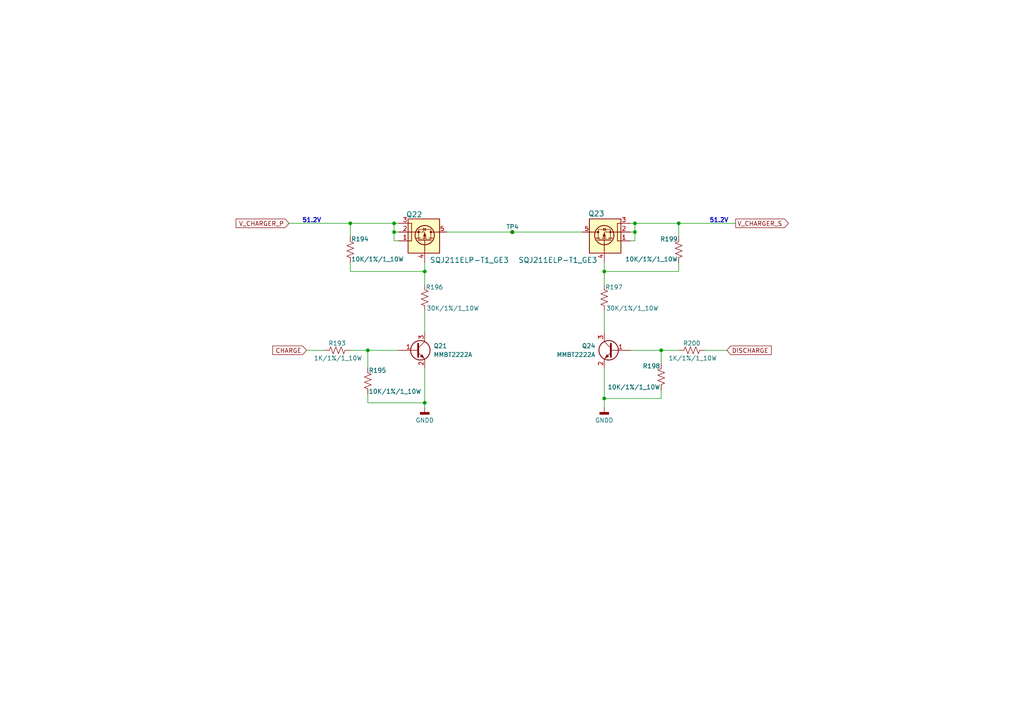
<source format=kicad_sch>
(kicad_sch (version 20231120) (generator "eeschema") (generator_version "8.0")
  (paper "A4")
  (title_block (title "CONTROL CHARGER") (date "2024-09-02"))
  (lib_symbols
    (symbol "Connector:TestPoint_Small" (pin_numbers hide) (pin_names (offset 0.762) hide)
      (property "Reference" "TP" (at 0 3.81 0))
      (property "Value" "TestPoint_Small" (at 0 2.032 0))
      (symbol "TestPoint_Small_0_1"
        (circle (center 0 0) (radius 0.508))
      )
      (symbol "TestPoint_Small_1_1"
        (pin passive line (at 0 0 90) (length 0) (name "1") (number "1"))
      )
    )
    (symbol "SQJ211ELP-T1_GE3_1" (pin_names (offset 0.254) hide)
      (property "Reference" "Q" (at -0.508 10.414 0))
      (property "Value" "SQJ211ELP-T1_GE3" (at 20.32 -5.334 0))
      (symbol "SQJ211ELP-T1_GE3_1_0_1"
        (polyline (pts (xy 2.032 2.54) (xy 5.207 2.54)) (stroke (width 0.2032)))
        (polyline (pts (xy 5.334 4.445) (xy 5.334 0.635)) (stroke (width 0.254)))
        (polyline (pts (xy 5.842 1.27) (xy 5.842 0.254)) (stroke (width 0.254)))
        (polyline (pts (xy 5.842 3.048) (xy 5.842 2.032)) (stroke (width 0.254)))
        (polyline (pts (xy 5.842 4.826) (xy 5.842 3.81)) (stroke (width 0.254)))
        (polyline (pts (xy 7.62 4.318) (xy 7.62 2.54) (xy 5.842 2.54)))
        (polyline (pts (xy 5.842 0.762) (xy 8.382 0.762) (xy 8.382 4.318) (xy 5.842 4.318)))
        (polyline (pts (xy 7.366 2.54) (xy 6.35 2.921) (xy 6.35 2.159) (xy 7.366 2.54)) (fill (type outline)))
        (polyline (pts (xy 7.874 3.048) (xy 8.001 2.921) (xy 8.763 2.921) (xy 8.89 2.794)))
        (polyline (pts (xy 8.382 2.921) (xy 8.001 2.286) (xy 8.763 2.286) (xy 8.382 2.921)))
        (circle (center 6.731 2.54) (radius 2.794) (stroke (width 0.254)))
        (circle (center 7.62 0.762) (radius 0.254) (fill (type outline)))
        (circle (center 7.62 4.318) (radius 0.254) (fill (type outline)))
        (pin unspecified line (at 5.08 10.16 270) (length 3.81) (name "S") (number "1"))
        (pin unspecified line (at 7.62 10.16 270) (length 3.81) (name "S") (number "2"))
        (pin unspecified line (at 10.16 10.16 270) (length 3.81) (name "S") (number "3"))
        (pin unspecified line (at -1.27 2.54 0) (length 3.81) (name "G") (number "4"))
        (pin unspecified line (at 7.62 -3.81 90) (length 2.54) (name "D") (number "5"))
      )
      (symbol "SQJ211ELP-T1_GE3_1_1_1"
        (polyline (pts (xy 5.08 6.35) (xy 10.16 6.35)) (stroke (width 0.2032)))
        (polyline (pts (xy 7.62 -1.27) (xy 7.62 0.762)) (stroke (width 0.2032)))
        (polyline (pts (xy 7.62 6.35) (xy 7.62 4.318)) (stroke (width 0.2032)))
        (rectangle (start 1.524 7.366) (end 11.43 -1.778) (stroke (width 0.254)) (fill (type background)))
      )
    )
    (symbol "charge_battery_sym_lib:MMBT2222A" (pin_names (offset 0) hide)
      (property "Reference" "Q" (at 5.08 1.905 0))
      (property "Value" "MMBT2222A" (at 5.08 0 0))
      (symbol "MMBT2222A_0_1"
        (polyline (pts (xy 0.635 0.635) (xy 2.54 2.54)))
        (polyline (pts (xy 0.635 -0.635) (xy 2.54 -2.54) (xy 2.54 -2.54)))
        (polyline (pts (xy 0.635 1.905) (xy 0.635 -1.905) (xy 0.635 -1.905)) (stroke (width 0.508)))
        (polyline (pts (xy 1.27 -1.778) (xy 1.778 -1.27) (xy 2.286 -2.286) (xy 1.27 -1.778) (xy 1.27 -1.778)) (fill (type outline)))
        (circle (center 1.27 0) (radius 2.8194) (stroke (width 0.254)))
      )
      (symbol "MMBT2222A_1_1"
        (pin input line (at -5.08 0 0) (length 5.715) (name "B") (number "1"))
        (pin passive line (at 2.54 -5.08 90) (length 2.54) (name "E") (number "2"))
        (pin passive line (at 2.54 5.08 270) (length 2.54) (name "C") (number "3"))
      )
    )
    (symbol "charge_battery_sym_lib:Res_10K_0603_1%" (pin_numbers hide) (pin_names hide)
      (property "Reference" "R" (at 2.794 3.81 0))
      (property "Value" "10K/1%/1_10W" (at 4.064 -2.54 0))
      (symbol "Res_10K_0603_1%_0_1"
        (polyline (pts (xy 1.524 0) (xy 1.27 0)))
        (polyline (pts (xy 6.096 0) (xy 6.35 0)))
        (polyline (pts (xy 1.524 0) (xy 1.905 1.016) (xy 2.286 0) (xy 2.667 -1.016) (xy 3.048 0)))
        (polyline (pts (xy 3.048 0) (xy 3.429 1.016) (xy 3.81 0) (xy 4.191 -1.016) (xy 4.572 0)))
        (polyline (pts (xy 4.572 0) (xy 4.953 1.016) (xy 5.334 0) (xy 5.715 -1.016) (xy 6.096 0)))
      )
      (symbol "Res_10K_0603_1%_1_1"
        (pin passive line (at 0 0 0) (length 1.27) (name "~") (number "1"))
        (pin passive line (at 7.62 0 180) (length 1.27) (name "~") (number "2"))
      )
    )
    (symbol "charge_battery_sym_lib:Res_1K_0603_1%" (pin_numbers hide) (pin_names hide)
      (property "Reference" "R" (at 3.556 2.54 0))
      (property "Value" "1K/1%/1_10W" (at 4.064 -2.54 0))
      (symbol "Res_1K_0603_1%_0_1"
        (polyline (pts (xy 1.524 0) (xy 1.27 0)))
        (polyline (pts (xy 6.096 0) (xy 6.35 0)))
        (polyline (pts (xy 1.524 0) (xy 1.905 1.016) (xy 2.286 0) (xy 2.667 -1.016) (xy 3.048 0)))
        (polyline (pts (xy 3.048 0) (xy 3.429 1.016) (xy 3.81 0) (xy 4.191 -1.016) (xy 4.572 0)))
        (polyline (pts (xy 4.572 0) (xy 4.953 1.016) (xy 5.334 0) (xy 5.715 -1.016) (xy 6.096 0)))
      )
      (symbol "Res_1K_0603_1%_1_1"
        (pin passive line (at 0 0 0) (length 1.27) (name "~") (number "1"))
        (pin passive line (at 7.62 0 180) (length 1.27) (name "~") (number "2"))
      )
    )
    (symbol "charge_battery_sym_lib:Res_30K_0603_1%" (pin_numbers hide) (pin_names hide)
      (property "Reference" "R" (at 2.794 3.81 0))
      (property "Value" "30K/1%/1_10W" (at 4.064 -2.54 0))
      (symbol "Res_30K_0603_1%_0_1"
        (polyline (pts (xy 1.524 0) (xy 1.27 0)))
        (polyline (pts (xy 6.096 0) (xy 6.35 0)))
        (polyline (pts (xy 1.524 0) (xy 1.905 1.016) (xy 2.286 0) (xy 2.667 -1.016) (xy 3.048 0)))
        (polyline (pts (xy 3.048 0) (xy 3.429 1.016) (xy 3.81 0) (xy 4.191 -1.016) (xy 4.572 0)))
        (polyline (pts (xy 4.572 0) (xy 4.953 1.016) (xy 5.334 0) (xy 5.715 -1.016) (xy 6.096 0)))
      )
      (symbol "Res_30K_0603_1%_1_1"
        (pin passive line (at 0 0 0) (length 1.27) (name "~") (number "1"))
        (pin passive line (at 7.62 0 180) (length 1.27) (name "~") (number "2"))
      )
    )
    (symbol "charge_battery_sym_lib:SQJ211ELP-T1_GE3" (pin_names (offset 0.254) hide)
      (property "Reference" "Q" (at -0.508 10.414 0))
      (property "Value" "SQJ211ELP-T1_GE3" (at 20.32 -5.334 0))
      (symbol "SQJ211ELP-T1_GE3_0_1"
        (polyline (pts (xy 2.032 2.54) (xy 5.207 2.54)) (stroke (width 0.2032)))
        (polyline (pts (xy 5.334 4.445) (xy 5.334 0.635)) (stroke (width 0.254)))
        (polyline (pts (xy 5.842 1.27) (xy 5.842 0.254)) (stroke (width 0.254)))
        (polyline (pts (xy 5.842 3.048) (xy 5.842 2.032)) (stroke (width 0.254)))
        (polyline (pts (xy 5.842 4.826) (xy 5.842 3.81)) (stroke (width 0.254)))
        (polyline (pts (xy 7.62 4.318) (xy 7.62 2.54) (xy 5.842 2.54)))
        (polyline (pts (xy 5.842 0.762) (xy 8.382 0.762) (xy 8.382 4.318) (xy 5.842 4.318)))
        (polyline (pts (xy 7.366 2.54) (xy 6.35 2.921) (xy 6.35 2.159) (xy 7.366 2.54)) (fill (type outline)))
        (polyline (pts (xy 7.874 3.048) (xy 8.001 2.921) (xy 8.763 2.921) (xy 8.89 2.794)))
        (polyline (pts (xy 8.382 2.921) (xy 8.001 2.286) (xy 8.763 2.286) (xy 8.382 2.921)))
        (circle (center 6.731 2.54) (radius 2.794) (stroke (width 0.254)))
        (circle (center 7.62 0.762) (radius 0.254) (fill (type outline)))
        (circle (center 7.62 4.318) (radius 0.254) (fill (type outline)))
        (pin unspecified line (at 5.08 10.16 270) (length 3.81) (name "S") (number "1"))
        (pin unspecified line (at 7.62 10.16 270) (length 3.81) (name "S") (number "2"))
        (pin unspecified line (at 10.16 10.16 270) (length 3.81) (name "S") (number "3"))
        (pin unspecified line (at -1.27 2.54 0) (length 3.81) (name "G") (number "4"))
        (pin unspecified line (at 7.62 -3.81 90) (length 2.54) (name "D") (number "5"))
      )
      (symbol "SQJ211ELP-T1_GE3_1_1"
        (polyline (pts (xy 5.08 6.35) (xy 10.16 6.35)) (stroke (width 0.2032)))
        (polyline (pts (xy 7.62 -1.27) (xy 7.62 0.762)) (stroke (width 0.2032)))
        (polyline (pts (xy 7.62 6.35) (xy 7.62 4.318)) (stroke (width 0.2032)))
        (rectangle (start 1.524 7.366) (end 11.43 -1.778) (stroke (width 0.254)) (fill (type background)))
      )
    )
    (symbol "power:GNDD" (power) (pin_numbers hide) (pin_names (offset 0) hide)
      (property "Value" "GNDD" (at 0 -3.175 0))
      (symbol "GNDD_0_1"
        (rectangle (start -1.27 -1.524) (end 1.27 -2.032) (stroke (width 0.254)) (fill (type outline)))
        (polyline (pts (xy 0 0) (xy 0 -1.524)))
      )
      (symbol "GNDD_1_1"
        (pin power_in line (at 0 0 270) (length 0) (name "~") (number "1"))
      )
    )
  )
  (junction (at 123.19 78.74))
  (junction (at 123.19 116.84))
  (junction (at 184.15 64.77))
  (junction (at 191.77 101.6))
  (junction (at 196.85 64.77))
  (junction (at 106.68 101.6))
  (junction (at 184.15 67.31))
  (junction (at 101.6 64.77))
  (junction (at 175.26 115.57))
  (junction (at 175.26 78.74))
  (junction (at 114.3 64.77))
  (junction (at 114.3 67.31))
  (junction (at 148.59 67.31))
  (wire (pts (xy 123.19 82.55) (xy 123.19 78.74)))
  (wire (pts (xy 101.6 101.6) (xy 106.68 101.6)))
  (wire (pts (xy 106.68 101.6) (xy 106.68 106.68)))
  (wire (pts (xy 182.88 67.31) (xy 184.15 67.31)))
  (wire (pts (xy 196.85 64.77) (xy 213.36 64.77)))
  (wire (pts (xy 148.59 67.31) (xy 168.91 67.31)))
  (wire (pts (xy 184.15 64.77) (xy 184.15 67.31)))
  (wire (pts (xy 182.88 69.85) (xy 184.15 69.85)))
  (wire (pts (xy 123.19 90.17) (xy 123.19 96.52)))
  (wire (pts (xy 106.68 101.6) (xy 115.57 101.6)))
  (wire (pts (xy 114.3 67.31) (xy 114.3 64.77)))
  (wire (pts (xy 129.54 67.31) (xy 148.59 67.31)))
  (wire (pts (xy 175.26 90.17) (xy 175.26 96.52)))
  (wire (pts (xy 83.82 64.77) (xy 101.6 64.77)))
  (wire (pts (xy 175.26 115.57) (xy 191.77 115.57)))
  (wire (pts (xy 175.26 115.57) (xy 175.26 118.11)))
  (wire (pts (xy 204.47 101.6) (xy 210.82 101.6)))
  (wire (pts (xy 184.15 64.77) (xy 196.85 64.77)))
  (wire (pts (xy 101.6 64.77) (xy 114.3 64.77)))
  (wire (pts (xy 106.68 116.84) (xy 123.19 116.84)))
  (wire (pts (xy 182.88 101.6) (xy 191.77 101.6)))
  (wire (pts (xy 191.77 113.03) (xy 191.77 115.57)))
  (wire (pts (xy 191.77 101.6) (xy 196.85 101.6)))
  (wire (pts (xy 106.68 116.84) (xy 106.68 114.3)))
  (wire (pts (xy 123.19 118.11) (xy 123.19 116.84)))
  (wire (pts (xy 191.77 101.6) (xy 191.77 105.41)))
  (wire (pts (xy 196.85 76.2) (xy 196.85 78.74)))
  (wire (pts (xy 101.6 78.74) (xy 123.19 78.74)))
  (wire (pts (xy 175.26 82.55) (xy 175.26 78.74)))
  (wire (pts (xy 182.88 64.77) (xy 184.15 64.77)))
  (wire (pts (xy 101.6 76.2) (xy 101.6 78.74)))
  (wire (pts (xy 123.19 106.68) (xy 123.19 116.84)))
  (wire (pts (xy 175.26 78.74) (xy 196.85 78.74)))
  (wire (pts (xy 123.19 78.74) (xy 123.19 76.2)))
  (wire (pts (xy 115.57 69.85) (xy 114.3 69.85)))
  (wire (pts (xy 88.9 101.6) (xy 93.98 101.6)))
  (wire (pts (xy 196.85 64.77) (xy 196.85 68.58)))
  (wire (pts (xy 114.3 64.77) (xy 115.57 64.77)))
  (wire (pts (xy 114.3 69.85) (xy 114.3 67.31)))
  (wire (pts (xy 101.6 64.77) (xy 101.6 68.58)))
  (wire (pts (xy 175.26 115.57) (xy 175.26 106.68)))
  (wire (pts (xy 115.57 67.31) (xy 114.3 67.31)))
  (wire (pts (xy 175.26 76.2) (xy 175.26 78.74)))
  (wire (pts (xy 184.15 67.31) (xy 184.15 69.85)))
  (text "51.2V" (at 208.534 64.008 0) (effects (font (size 1.27 1.27) (thickness 0.254) (bold yes))))
  (text "51.2V" (at 90.424 64.008 0) (effects (font (size 1.27 1.27) (thickness 0.254) (bold yes))))
  (global_label "V_CHARGER_S" (shape output) (at 213.36 64.77 0) (property "Intersheetrefs" "${INTERSHEET_REFS}" (effects (hide yes))))
  (global_label "DISCHARGE" (shape input) (at 210.82 101.6 0) (property "Intersheetrefs" "${INTERSHEET_REFS}" (effects (hide yes))))
  (global_label "V_CHARGER_P" (shape input) (at 83.82 64.77 180) (property "Intersheetrefs" "${INTERSHEET_REFS}" (effects (hide yes))))
  (global_label "CHARGE" (shape input) (at 88.9 101.6 180) (property "Intersheetrefs" "${INTERSHEET_REFS}" (effects (hide yes))))
  (symbol (lib_id "power:GNDD") (at 123.19 118.11 0) (unit 1)
    (property "Reference" "#PWR0251" (effects (hide yes)))
    (property "Value" "GNDD" (at 123.19 121.92 0))
    (property "Description" "Power symbol creates a global label with name \"GNDD\" , digital ground" (effects (hide yes)))
  )
  (symbol (lib_id "charge_battery_sym_lib:MMBT2222A") (at 177.8 101.6 0) (mirror y) (unit 1)
    (property "Reference" "Q24" (at 172.72 100.3299 0) (effects (justify left)))
    (property "Value" "MMBT2222A" (at 172.72 102.8699 0) (effects (justify left)))
    (property "Footprint" "charge_battery_footprint_lib:SOT23" (effects (hide yes)))
    (property "Datasheet" "https://assets.nexperia.com/documents/data-sheet/MMBT2222A.pdf" (effects (hide yes)))
    (property "Description" "600mA Ic, 40V Vce, NPN Transistor, SOT-23" (effects (hide yes)))
    (property "Supply name" "Thegioiic" (effects (hide yes)))
    (property "Supply part number" "MMBT2222A 1P Transistor NPN 40V 0.6A 3 Chân SOT-23" (effects (hide yes)))
    (property "Supply URL" "https://www.thegioiic.com/mmbt2222a-1p-transistor-npn-40v-0-6a-3-chan-sot-23" (effects (hide yes)))
  )
  (symbol (lib_id "charge_battery_sym_lib:Res_30K_0603_1%") (at 175.26 90.17 90) (unit 1)
    (property "Reference" "R197" (at 175.514 83.312 90) (effects (justify right)))
    (property "Value" "30K/1%/1_10W" (at 175.768 89.408 90) (effects (justify right)))
    (property "Footprint" "charge_battery_footprint_lib:Res_0603" (effects (hide yes)))
    (property "Datasheet" "https://fscdn.rohm.com/en/products/databook/datasheet/passive/resistor/chip_resistor/esr-e.pdf" (effects (hide yes)))
    (property "Description" "Res 30 KOhm 0603 1%" (effects (hide yes)))
    (property "Supply name" "Thegioiic" (effects (hide yes)))
    (property "Supply part number" "Điện Trở 30 KOhm 0603 1%" (effects (hide yes)))
    (property "Supply URL" "https://www.thegioiic.com/dien-tro-30-kohm-0603-1-" (effects (hide yes)))
  )
  (symbol (lib_id "charge_battery_sym_lib:Res_10K_0603_1%") (at 191.77 113.03 270) (mirror x) (unit 1)
    (property "Reference" "R198" (at 191.516 106.172 90) (effects (justify right)))
    (property "Value" "10K/1%/1_10W" (at 191.516 112.268 90) (effects (justify right)))
    (property "Footprint" "charge_battery_footprint_lib:Res_0603" (effects (hide yes)))
    (property "Datasheet" "https://fscdn.rohm.com/en/products/databook/datasheet/passive/resistor/chip_resistor/esr-e.pdf" (effects (hide yes)))
    (property "Description" "Res 10 KOhm 0603 1%" (effects (hide yes)))
    (property "Supply name" "Thegioiic" (effects (hide yes)))
    (property "Supply part number" "Điện Trở 10 KOhm 0603 1%" (effects (hide yes)))
    (property "Supply URL" "https://www.thegioiic.com/dien-tro-10-kohm-0603-1-" (effects (hide yes)))
  )
  (symbol (lib_name "SQJ211ELP-T1_GE3_1") (lib_id "charge_battery_sym_lib:SQJ211ELP-T1_GE3") (at 125.73 74.93 90) (unit 1)
    (property "Reference" "Q22" (at 120.142 62.23 90) (effects (font (size 1.524 1.524))))
    (property "Value" "SQJ211ELP-T1_GE3" (at 136.144 75.438 90) (effects (font (size 1.524 1.524))))
    (property "Footprint" "charge_battery_footprint_lib:PowerPAK SO-8" (effects (hide yes)))
    (property "Datasheet" "https://www.mouser.vn/ProductDetail/Vishay-Siliconix/SQJ211ELP-T1_GE3?qs=T94vaHKWudQEOGs3ZrBekQ%3D%3D" (effects (hide yes)))
    (property "Description" "MOSFETs P-CHANNEL 100-V (D-S) 175C MOSFET" (effects (hide yes)))
    (property "Supply name" "Mouser" (effects (hide yes)))
    (property "Supply part number" "78-SQJ211ELP-T1_GE3" (effects (hide yes)))
    (property "Supply URL" "https://www.mouser.vn/ProductDetail/Vishay-Siliconix/SQJ211ELP-T1_GE3?qs=T94vaHKWudQEOGs3ZrBekQ%3D%3D" (effects (hide yes)))
  )
  (symbol (lib_id "charge_battery_sym_lib:Res_1K_0603_1%") (at 93.98 101.6 0) (unit 1)
    (property "Reference" "R193" (at 97.79 99.568 0))
    (property "Value" "1K/1%/1_10W" (at 98.044 103.886 0))
    (property "Footprint" "charge_battery_footprint_lib:Res_0603" (effects (hide yes)))
    (property "Datasheet" "https://fscdn.rohm.com/en/products/databook/datasheet/passive/resistor/chip_resistor/esr-e.pdf" (effects (hide yes)))
    (property "Description" "Res 1 KOhm 0603 1%" (effects (hide yes)))
    (property "Supply name" "Thegioiic" (effects (hide yes)))
    (property "Supply part number" "Điện Trở 1 KOhm 0603 1%" (effects (hide yes)))
    (property "Supply URL" "https://www.thegioiic.com/dien-tro-10-kohm-0603-1-" (effects (hide yes)))
  )
  (symbol (lib_id "charge_battery_sym_lib:Res_10K_0603_1%") (at 106.68 114.3 90) (unit 1)
    (property "Reference" "R195" (at 106.934 107.442 90) (effects (justify right)))
    (property "Value" "10K/1%/1_10W" (at 106.934 113.538 90) (effects (justify right)))
    (property "Footprint" "charge_battery_footprint_lib:Res_0603" (effects (hide yes)))
    (property "Datasheet" "https://fscdn.rohm.com/en/products/databook/datasheet/passive/resistor/chip_resistor/esr-e.pdf" (effects (hide yes)))
    (property "Description" "Res 10 KOhm 0603 1%" (effects (hide yes)))
    (property "Supply name" "Thegioiic" (effects (hide yes)))
    (property "Supply part number" "Điện Trở 10 KOhm 0603 1%" (effects (hide yes)))
    (property "Supply URL" "https://www.thegioiic.com/dien-tro-10-kohm-0603-1-" (effects (hide yes)))
  )
  (symbol (lib_id "charge_battery_sym_lib:Res_30K_0603_1%") (at 123.19 90.17 90) (unit 1)
    (property "Reference" "R196" (at 123.444 83.312 90) (effects (justify right)))
    (property "Value" "30K/1%/1_10W" (at 123.698 89.408 90) (effects (justify right)))
    (property "Footprint" "charge_battery_footprint_lib:Res_0603" (effects (hide yes)))
    (property "Datasheet" "https://fscdn.rohm.com/en/products/databook/datasheet/passive/resistor/chip_resistor/esr-e.pdf" (effects (hide yes)))
    (property "Description" "Res 30 KOhm 0603 1%" (effects (hide yes)))
    (property "Supply name" "Thegioiic" (effects (hide yes)))
    (property "Supply part number" "Điện Trở 30 KOhm 0603 1%" (effects (hide yes)))
    (property "Supply URL" "https://www.thegioiic.com/dien-tro-30-kohm-0603-1-" (effects (hide yes)))
  )
  (symbol (lib_id "charge_battery_sym_lib:SQJ211ELP-T1_GE3") (at 172.72 74.93 270) (mirror x) (unit 1)
    (property "Reference" "Q23" (at 172.974 61.976 90) (effects (font (size 1.524 1.524))))
    (property "Value" "SQJ211ELP-T1_GE3" (at 161.798 75.438 90) (effects (font (size 1.524 1.524))))
    (property "Footprint" "charge_battery_footprint_lib:PowerPAK SO-8" (effects (hide yes)))
    (property "Datasheet" "https://www.mouser.vn/ProductDetail/Vishay-Siliconix/SQJ211ELP-T1_GE3?qs=T94vaHKWudQEOGs3ZrBekQ%3D%3D" (effects (hide yes)))
    (property "Description" "MOSFETs P-CHANNEL 100-V (D-S) 175C MOSFET" (effects (hide yes)))
    (property "Supply name" "Mouser" (effects (hide yes)))
    (property "Supply part number" "78-SQJ211ELP-T1_GE3" (effects (hide yes)))
    (property "Supply URL" "https://www.mouser.vn/ProductDetail/Vishay-Siliconix/SQJ211ELP-T1_GE3?qs=T94vaHKWudQEOGs3ZrBekQ%3D%3D" (effects (hide yes)))
  )
  (symbol (lib_id "Connector:TestPoint_Small") (at 148.59 67.31 0) (unit 1)
    (property "Reference" "TP4" (at 146.812 65.786 0) (effects (justify left)))
    (property "Value" "TestPoint_Small" (effects (hide yes)))
    (property "Footprint" "TestPoint:TestPoint_Pad_D1.0mm" (effects (hide yes)))
    (property "Description" "test point" (effects (hide yes)))
  )
  (symbol (lib_id "charge_battery_sym_lib:Res_1K_0603_1%") (at 196.85 101.6 0) (unit 1)
    (property "Reference" "R200" (at 200.66 99.568 0))
    (property "Value" "1K/1%/1_10W" (at 200.914 103.886 0))
    (property "Footprint" "charge_battery_footprint_lib:Res_0603" (effects (hide yes)))
    (property "Datasheet" "https://fscdn.rohm.com/en/products/databook/datasheet/passive/resistor/chip_resistor/esr-e.pdf" (effects (hide yes)))
    (property "Description" "Res 1 KOhm 0603 1%" (effects (hide yes)))
    (property "Supply name" "Thegioiic" (effects (hide yes)))
    (property "Supply part number" "Điện Trở 1 KOhm 0603 1%" (effects (hide yes)))
    (property "Supply URL" "https://www.thegioiic.com/dien-tro-10-kohm-0603-1-" (effects (hide yes)))
  )
  (symbol (lib_id "power:GNDD") (at 175.26 118.11 0) (unit 1)
    (property "Reference" "#PWR0252" (effects (hide yes)))
    (property "Value" "GNDD" (at 175.26 121.92 0))
    (property "Description" "Power symbol creates a global label with name \"GNDD\" , digital ground" (effects (hide yes)))
  )
  (symbol (lib_id "charge_battery_sym_lib:Res_10K_0603_1%") (at 196.85 76.2 270) (mirror x) (unit 1)
    (property "Reference" "R199" (at 196.596 69.342 90) (effects (justify right)))
    (property "Value" "10K/1%/1_10W" (at 196.596 75.184 90) (effects (justify right)))
    (property "Footprint" "charge_battery_footprint_lib:Res_0603" (effects (hide yes)))
    (property "Datasheet" "https://fscdn.rohm.com/en/products/databook/datasheet/passive/resistor/chip_resistor/esr-e.pdf" (effects (hide yes)))
    (property "Description" "Res 10 KOhm 0603 1%" (effects (hide yes)))
    (property "Supply name" "Thegioiic" (effects (hide yes)))
    (property "Supply part number" "Điện Trở 10 KOhm 0603 1%" (effects (hide yes)))
    (property "Supply URL" "https://www.thegioiic.com/dien-tro-10-kohm-0603-1-" (effects (hide yes)))
  )
  (symbol (lib_id "charge_battery_sym_lib:Res_10K_0603_1%") (at 101.6 76.2 90) (unit 1)
    (property "Reference" "R194" (at 101.854 69.342 90) (effects (justify right)))
    (property "Value" "10K/1%/1_10W" (at 101.854 75.184 90) (effects (justify right)))
    (property "Footprint" "charge_battery_footprint_lib:Res_0603" (effects (hide yes)))
    (property "Datasheet" "https://fscdn.rohm.com/en/products/databook/datasheet/passive/resistor/chip_resistor/esr-e.pdf" (effects (hide yes)))
    (property "Description" "Res 10 KOhm 0603 1%" (effects (hide yes)))
    (property "Supply name" "Thegioiic" (effects (hide yes)))
    (property "Supply part number" "Điện Trở 10 KOhm 0603 1%" (effects (hide yes)))
    (property "Supply URL" "https://www.thegioiic.com/dien-tro-10-kohm-0603-1-" (effects (hide yes)))
  )
  (symbol (lib_id "charge_battery_sym_lib:MMBT2222A") (at 120.65 101.6 0) (unit 1)
    (property "Reference" "Q21" (at 125.73 100.3299 0) (effects (justify left)))
    (property "Value" "MMBT2222A" (at 125.73 102.8699 0) (effects (justify left)))
    (property "Footprint" "charge_battery_footprint_lib:SOT23" (effects (hide yes)))
    (property "Datasheet" "https://assets.nexperia.com/documents/data-sheet/MMBT2222A.pdf" (effects (hide yes)))
    (property "Description" "600mA Ic, 40V Vce, NPN Transistor, SOT-23" (effects (hide yes)))
    (property "Supply name" "Thegioiic" (effects (hide yes)))
    (property "Supply part number" "MMBT2222A 1P Transistor NPN 40V 0.6A 3 Chân SOT-23" (effects (hide yes)))
    (property "Supply URL" "https://www.thegioiic.com/mmbt2222a-1p-transistor-npn-40v-0-6a-3-chan-sot-23" (effects (hide yes)))
  )
)
</source>
